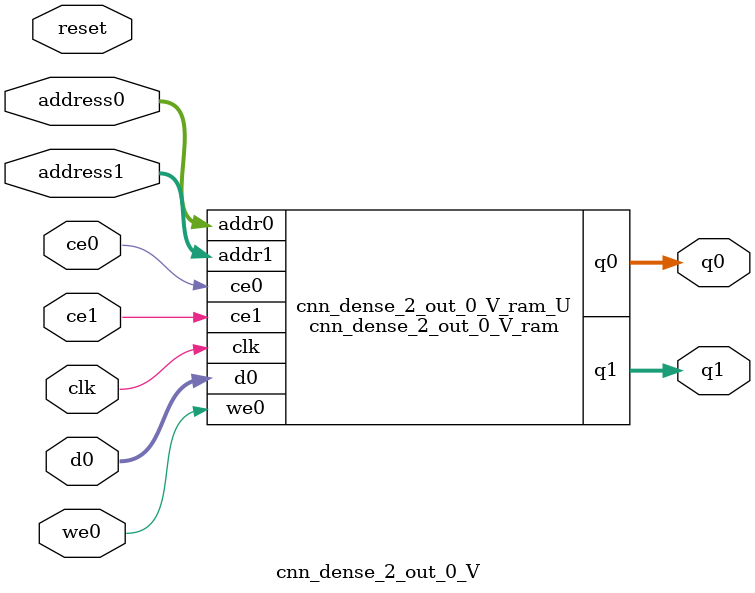
<source format=v>
`timescale 1 ns / 1 ps
module cnn_dense_2_out_0_V_ram (addr0, ce0, d0, we0, q0, addr1, ce1, q1,  clk);

parameter DWIDTH = 13;
parameter AWIDTH = 3;
parameter MEM_SIZE = 6;

input[AWIDTH-1:0] addr0;
input ce0;
input[DWIDTH-1:0] d0;
input we0;
output reg[DWIDTH-1:0] q0;
input[AWIDTH-1:0] addr1;
input ce1;
output reg[DWIDTH-1:0] q1;
input clk;

(* ram_style = "distributed" *)reg [DWIDTH-1:0] ram[0:MEM_SIZE-1];




always @(posedge clk)  
begin 
    if (ce0) 
    begin
        if (we0) 
        begin 
            ram[addr0] <= d0; 
        end 
        q0 <= ram[addr0];
    end
end


always @(posedge clk)  
begin 
    if (ce1) 
    begin
        q1 <= ram[addr1];
    end
end


endmodule

`timescale 1 ns / 1 ps
module cnn_dense_2_out_0_V(
    reset,
    clk,
    address0,
    ce0,
    we0,
    d0,
    q0,
    address1,
    ce1,
    q1);

parameter DataWidth = 32'd13;
parameter AddressRange = 32'd6;
parameter AddressWidth = 32'd3;
input reset;
input clk;
input[AddressWidth - 1:0] address0;
input ce0;
input we0;
input[DataWidth - 1:0] d0;
output[DataWidth - 1:0] q0;
input[AddressWidth - 1:0] address1;
input ce1;
output[DataWidth - 1:0] q1;



cnn_dense_2_out_0_V_ram cnn_dense_2_out_0_V_ram_U(
    .clk( clk ),
    .addr0( address0 ),
    .ce0( ce0 ),
    .we0( we0 ),
    .d0( d0 ),
    .q0( q0 ),
    .addr1( address1 ),
    .ce1( ce1 ),
    .q1( q1 ));

endmodule


</source>
